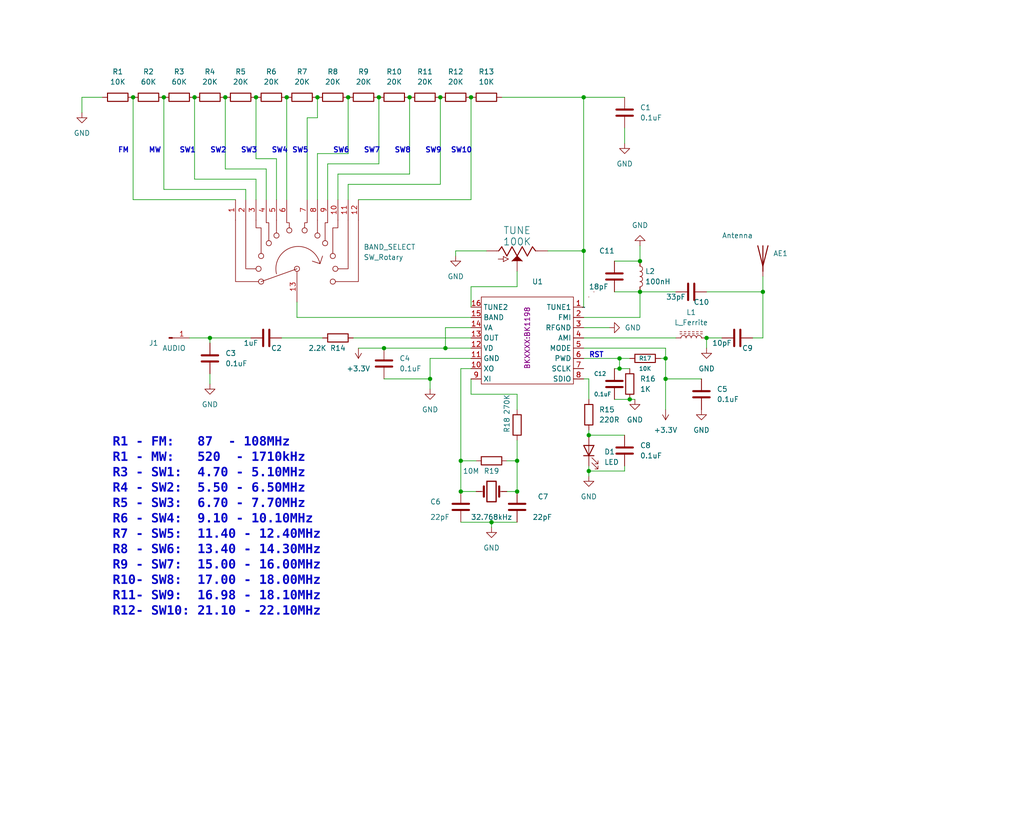
<source format=kicad_sch>
(kicad_sch (version 20230121) (generator eeschema)
  (paper "User" 254 203.2)
  (title_block (title "BK1198 BASIC SETUP - VOLTAGE DIVIDER VERSION (SW BAND)") (rev "1.0") (company "Ricardo Lima Caratti"))
  (lib_symbols
    (symbol "Connector:Conn_01x01_Pin" (pin_names (offset 1.016) hide)
      (property "Reference" "J" (at 0 2.54 0))
      (property "Value" "Conn_01x01_Pin" (at 0 -2.54 0))
      (symbol "Conn_01x01_Pin_1_1"
        (polyline (pts (xy 1.27 0) (xy 0.8636 0)) (stroke (width 0.1524)))
        (rectangle (start 0.8636 0.127) (end 0 -0.127) (stroke (width 0.1524)) (fill (type outline)))
        (pin passive line (at 5.08 0 180) (length 3.81) (name "Pin_1") (number "1"))
      )
    )
    (symbol "Device:Antenna" (pin_numbers hide) (pin_names (offset 1.016) hide)
      (property "Reference" "AE" (at -1.905 1.905 0))
      (property "Value" "Antenna" (at -1.905 0 0))
      (symbol "Antenna_0_1"
        (polyline (pts (xy 0 2.54) (xy 0 -3.81)) (stroke (width 0.254)))
        (polyline (pts (xy 1.27 2.54) (xy 0 -2.54) (xy -1.27 2.54)) (stroke (width 0.254)))
      )
      (symbol "Antenna_1_1"
        (pin input line (at 0 -5.08 90) (length 2.54) (name "A") (number "1"))
      )
    )
    (symbol "Device:C" (pin_numbers hide) (pin_names (offset 0.254))
      (property "Reference" "C" (at 0.635 2.54 0))
      (property "Value" "C" (at 0.635 -2.54 0))
      (symbol "C_0_1"
        (polyline (pts (xy -2.032 -0.762) (xy 2.032 -0.762)) (stroke (width 0.508)))
        (polyline (pts (xy -2.032 0.762) (xy 2.032 0.762)) (stroke (width 0.508)))
      )
      (symbol "C_1_1"
        (pin passive line (at 0 3.81 270) (length 2.794) (name "~") (number "1"))
        (pin passive line (at 0 -3.81 90) (length 2.794) (name "~") (number "2"))
      )
    )
    (symbol "Device:Crystal" (pin_numbers hide) (pin_names (offset 1.016) hide)
      (property "Reference" "Y" (at 0 3.81 0))
      (property "Value" "Crystal" (at 0 -3.81 0))
      (symbol "Crystal_0_1"
        (rectangle (start -1.143 2.54) (end 1.143 -2.54) (stroke (width 0.3048)))
        (polyline (pts (xy -2.54 0) (xy -1.905 0)))
        (polyline (pts (xy -1.905 -1.27) (xy -1.905 1.27)) (stroke (width 0.508)))
        (polyline (pts (xy 1.905 -1.27) (xy 1.905 1.27)) (stroke (width 0.508)))
        (polyline (pts (xy 2.54 0) (xy 1.905 0)))
      )
      (symbol "Crystal_1_1"
        (pin passive line (at -3.81 0 0) (length 1.27) (name "1") (number "1"))
        (pin passive line (at 3.81 0 180) (length 1.27) (name "2") (number "2"))
      )
    )
    (symbol "Device:L" (pin_numbers hide) (pin_names (offset 1.016) hide)
      (property "Reference" "L" (at -1.27 0 90))
      (property "Value" "L" (at 1.905 0 90))
      (symbol "L_0_1"
        (arc (start 0 -2.54) (mid 0.6323 -1.905) (end 0 -1.27))
        (arc (start 0 -1.27) (mid 0.6323 -0.635) (end 0 0))
        (arc (start 0 0) (mid 0.6323 0.635) (end 0 1.27))
        (arc (start 0 1.27) (mid 0.6323 1.905) (end 0 2.54))
      )
      (symbol "L_1_1"
        (pin passive line (at 0 3.81 270) (length 1.27) (name "1") (number "1"))
        (pin passive line (at 0 -3.81 90) (length 1.27) (name "2") (number "2"))
      )
    )
    (symbol "Device:LED" (pin_numbers hide) (pin_names (offset 1.016) hide)
      (property "Reference" "D" (at 0 2.54 0))
      (property "Value" "LED" (at 0 -2.54 0))
      (symbol "LED_0_1"
        (polyline (pts (xy -1.27 -1.27) (xy -1.27 1.27)) (stroke (width 0.254)))
        (polyline (pts (xy -1.27 0) (xy 1.27 0)))
        (polyline (pts (xy 1.27 -1.27) (xy 1.27 1.27) (xy -1.27 0) (xy 1.27 -1.27)) (stroke (width 0.254)))
        (polyline (pts (xy -3.048 -0.762) (xy -4.572 -2.286) (xy -3.81 -2.286) (xy -4.572 -2.286) (xy -4.572 -1.524)))
        (polyline (pts (xy -1.778 -0.762) (xy -3.302 -2.286) (xy -2.54 -2.286) (xy -3.302 -2.286) (xy -3.302 -1.524)))
      )
      (symbol "LED_1_1"
        (pin passive line (at -3.81 0 0) (length 2.54) (name "K") (number "1"))
        (pin passive line (at 3.81 0 180) (length 2.54) (name "A") (number "2"))
      )
    )
    (symbol "Device:L_Ferrite" (pin_numbers hide) (pin_names (offset 1.016) hide)
      (property "Reference" "L" (at -1.27 0 90))
      (property "Value" "L_Ferrite" (at 2.794 0 90))
      (symbol "L_Ferrite_0_1"
        (arc (start 0 -2.54) (mid 0.6323 -1.905) (end 0 -1.27))
        (arc (start 0 -1.27) (mid 0.6323 -0.635) (end 0 0))
        (polyline (pts (xy 1.016 -2.794) (xy 1.016 -2.286)))
        (polyline (pts (xy 1.016 -1.778) (xy 1.016 -1.27)))
        (polyline (pts (xy 1.016 -0.762) (xy 1.016 -0.254)))
        (polyline (pts (xy 1.016 0.254) (xy 1.016 0.762)))
        (polyline (pts (xy 1.016 1.27) (xy 1.016 1.778)))
        (polyline (pts (xy 1.016 2.286) (xy 1.016 2.794)))
        (polyline (pts (xy 1.524 -2.286) (xy 1.524 -2.794)))
        (polyline (pts (xy 1.524 -1.27) (xy 1.524 -1.778)))
        (polyline (pts (xy 1.524 -0.254) (xy 1.524 -0.762)))
        (polyline (pts (xy 1.524 0.762) (xy 1.524 0.254)))
        (polyline (pts (xy 1.524 1.778) (xy 1.524 1.27)))
        (polyline (pts (xy 1.524 2.794) (xy 1.524 2.286)))
        (arc (start 0 0) (mid 0.6323 0.635) (end 0 1.27))
        (arc (start 0 1.27) (mid 0.6323 1.905) (end 0 2.54))
      )
      (symbol "L_Ferrite_1_1"
        (pin passive line (at 0 3.81 270) (length 1.27) (name "1") (number "1"))
        (pin passive line (at 0 -3.81 90) (length 1.27) (name "2") (number "2"))
      )
    )
    (symbol "Device:R" (pin_numbers hide) (pin_names (offset 0))
      (property "Reference" "R" (at 2.032 0 90))
      (property "Value" "R" (at 0 0 90))
      (symbol "R_0_1"
        (rectangle (start -1.016 -2.54) (end 1.016 2.54) (stroke (width 0.254)))
      )
      (symbol "R_1_1"
        (pin passive line (at 0 3.81 270) (length 1.27) (name "~") (number "1"))
        (pin passive line (at 0 -3.81 90) (length 1.27) (name "~") (number "2"))
      )
    )
    (symbol "SI4844:POTENTIOMETER-PTH-9MM-1/20W-20%"
      (property "Reference" "VR" (at 3.048 -0.254 90))
      (symbol "POTENTIOMETER-PTH-9MM-1/20W-20%_1_0"
        (polyline (pts (xy -1.016 -3.81) (xy 1.27 -2.54)) (stroke (width 0.254)))
        (polyline (pts (xy -1.016 -1.27) (xy 1.27 0)) (stroke (width 0.254)))
        (polyline (pts (xy -1.016 1.27) (xy 1.27 2.54)) (stroke (width 0.254)))
        (polyline (pts (xy -1.016 3.81) (xy 0 4.572)) (stroke (width 0.254)))
        (polyline (pts (xy 0 -5.08) (xy 0 -4.572)) (stroke (width 0.1524)))
        (polyline (pts (xy 0 -4.572) (xy -1.016 -3.81)) (stroke (width 0.254)))
        (polyline (pts (xy 0 4.572) (xy 0 5.08)) (stroke (width 0.1524)))
        (polyline (pts (xy 1.27 -2.54) (xy -1.016 -1.27)) (stroke (width 0.254)))
        (polyline (pts (xy 1.27 0) (xy -1.016 1.27)) (stroke (width 0.254)))
        (polyline (pts (xy 1.27 2.54) (xy -1.016 3.81)) (stroke (width 0.254)))
        (polyline (pts (xy 1.397 -3.429) (xy 2.032 -2.159)) (stroke (width 0.1524)))
        (polyline (pts (xy 2.032 -4.699) (xy 2.032 -3.429)) (stroke (width 0.1524)))
        (polyline (pts (xy 2.032 -3.429) (xy 1.397 -3.429)) (stroke (width 0.1524)))
        (polyline (pts (xy 2.032 -2.159) (xy 2.667 -3.429)) (stroke (width 0.1524)))
        (polyline (pts (xy 2.667 -3.429) (xy 2.032 -3.429)) (stroke (width 0.1524)))
        (polyline (pts (xy 2.54 -1.27) (xy 1.27 0) (xy 2.54 1.27)) (stroke (width 0.2032)) (fill (type outline)))
        (pin passive line (at 0 7.62 270) (length 2.54) (name "E") (number "P$1"))
        (pin passive line (at 5.08 0 180) (length 2.54) (name "S") (number "P$2"))
        (pin passive line (at 0 -7.62 90) (length 2.54) (name "A") (number "P$3"))
      )
    )
    (symbol "SI48XX:BK1198"
      (property "Reference" "U" (at 0 6.35 0))
      (symbol "BK1198_0_1"
        (rectangle (start -16.51 2.54) (end -16.51 2.54))
        (rectangle (start -15.24 1.27) (end -15.24 1.27))
        (rectangle (start -15.24 1.27) (end -15.24 1.27))
      )
      (symbol "BK1198_1_0"
        (pin input line (at -13.97 -1.27 0) (length 2.54) (name "TUNE1") (number "1"))
        (pin passive line (at 13.97 -16.51 180) (length 2.54) (name "XO") (number "10"))
        (pin bidirectional line (at 13.97 -13.97 180) (length 2.54) (name "GND") (number "11"))
        (pin power_in line (at 13.97 -11.43 180) (length 2.54) (name "VD") (number "12"))
        (pin output line (at 13.97 -8.89 180) (length 2.54) (name "OUT") (number "13"))
        (pin power_in line (at 13.97 -6.35 180) (length 2.54) (name "VA") (number "14"))
        (pin power_in line (at 13.97 -3.81 180) (length 2.54) (name "BAND") (number "15"))
        (pin input line (at 13.97 -1.27 180) (length 2.54) (name "TUNE2") (number "16"))
        (pin input line (at -13.97 -3.81 0) (length 2.54) (name "FMI") (number "2"))
        (pin passive line (at -13.97 -6.35 0) (length 2.54) (name "RFGND") (number "3"))
        (pin input line (at -13.97 -8.89 0) (length 2.54) (name "AMI") (number "4"))
        (pin input line (at -13.97 -11.43 0) (length 2.54) (name "MODE") (number "5"))
        (pin input line (at -13.97 -13.97 0) (length 2.54) (name "PWD") (number "6"))
        (pin bidirectional line (at -13.97 -16.51 0) (length 2.54) (name "SCLK") (number "7"))
        (pin bidirectional line (at -13.97 -19.05 0) (length 2.54) (name "SDIO") (number "8"))
        (pin passive line (at 13.97 -19.05 180) (length 2.54) (name "XI") (number "9"))
      )
      (symbol "BK1198_1_1"
        (rectangle (start -16.51 2.54) (end -16.51 2.54))
        (rectangle (start -11.43 1.27) (end 11.43 -20.32))
      )
    )
    (symbol "Switch:SW_Rotary12" (pin_names (offset 1.016) hide)
      (property "Reference" "SW" (at 0 17.78 0))
      (property "Value" "SW_Rotary12" (at 0 -17.78 0))
      (symbol "SW_Rotary12_0_0"
        (circle (center -10.16 -8.89) (radius 0.635))
        (circle (center -10.16 8.89) (radius 0.635))
        (circle (center -6.985 -9.525) (radius 0.635))
        (circle (center -6.985 0) (radius 0.635))
        (circle (center -6.985 9.525) (radius 0.635))
        (arc (start -5.715 -5.715) (mid -1.5995 0.937) (end -8.255 5.08))
        (circle (center -3.81 -8.89) (radius 0.635))
        (circle (center -3.81 8.89) (radius 0.635))
        (circle (center -0.635 -6.985) (radius 0.635))
        (circle (center -0.635 6.985) (radius 0.635))
        (polyline (pts (xy -6.985 0) (xy -10.16 8.89)))
        (polyline (pts (xy -5.715 -5.715) (xy -5.08 -3.81)))
        (polyline (pts (xy -5.715 -5.715) (xy -3.81 -6.35)))
        (polyline (pts (xy 1.905 -5.08) (xy 5.08 -5.08)))
        (polyline (pts (xy 1.905 5.08) (xy 5.08 5.08)))
        (polyline (pts (xy -10.16 -9.525) (xy -10.16 -15.24) (xy 5.08 -15.24)))
        (polyline (pts (xy -10.16 9.525) (xy -10.16 15.24) (xy 5.08 15.24)))
        (polyline (pts (xy -6.985 -10.16) (xy -6.985 -12.7) (xy 5.08 -12.7)))
        (polyline (pts (xy -6.985 10.16) (xy -6.985 12.7) (xy 5.08 12.7)))
        (polyline (pts (xy -3.175 -8.89) (xy 3.175 -8.89) (xy 3.175 -10.16) (xy 5.08 -10.16)))
        (polyline (pts (xy -3.175 8.89) (xy 3.175 8.89) (xy 3.175 10.16) (xy 5.08 10.16)))
        (polyline (pts (xy 0 -6.985) (xy 4.445 -6.985) (xy 4.445 -7.62) (xy 5.08 -7.62)))
        (polyline (pts (xy 0 6.985) (xy 4.445 6.985) (xy 4.445 7.62) (xy 5.08 7.62)))
        (polyline (pts (xy 3.175 -1.905) (xy 4.445 -1.905) (xy 4.445 -2.54) (xy 5.08 -2.54)))
        (polyline (pts (xy 3.175 1.905) (xy 4.445 1.905) (xy 4.445 2.54) (xy 5.08 2.54)))
        (circle (center 1.27 -5.08) (radius 0.635))
        (circle (center 1.27 5.08) (radius 0.635))
        (circle (center 2.54 -1.905) (radius 0.635))
        (circle (center 2.54 1.905) (radius 0.635))
      )
      (symbol "SW_Rotary12_0_1"
        (pin passive line (at 10.16 15.24 180) (length 5.08) (name "1") (number "1"))
        (pin passive line (at 10.16 -10.16 180) (length 5.08) (name "10") (number "10"))
        (pin passive line (at 10.16 -12.7 180) (length 5.08) (name "11") (number "11"))
        (pin passive line (at 10.16 -15.24 180) (length 5.08) (name "12") (number "12"))
        (pin passive line (at -15.24 0 0) (length 7.62) (name "13") (number "13"))
        (pin passive line (at 10.16 12.7 180) (length 5.08) (name "2") (number "2"))
        (pin passive line (at 10.16 10.16 180) (length 5.08) (name "3") (number "3"))
        (pin passive line (at 10.16 7.62 180) (length 5.08) (name "4") (number "4"))
        (pin passive line (at 10.16 5.08 180) (length 5.08) (name "5") (number "5"))
        (pin passive line (at 10.16 2.54 180) (length 5.08) (name "6") (number "6"))
        (pin passive line (at 10.16 -2.54 180) (length 5.08) (name "7") (number "7"))
        (pin passive line (at 10.16 -5.08 180) (length 5.08) (name "8") (number "8"))
        (pin passive line (at 10.16 -7.62 180) (length 5.08) (name "9") (number "9"))
      )
    )
    (symbol "power:+3.3V" (power) (pin_names (offset 0))
      (property "Value" "+3.3V" (at 0 3.556 0))
      (symbol "+3.3V_0_1"
        (polyline (pts (xy -0.762 1.27) (xy 0 2.54)))
        (polyline (pts (xy 0 0) (xy 0 2.54)))
        (polyline (pts (xy 0 2.54) (xy 0.762 1.27)))
      )
      (symbol "+3.3V_1_1"
        (pin power_in line (at 0 0 90) (length 0) hide (name "+3.3V") (number "1"))
      )
    )
    (symbol "power:GND" (power) (pin_names (offset 0))
      (property "Value" "GND" (at 0 -3.81 0))
      (symbol "GND_0_1"
        (polyline (pts (xy 0 0) (xy 0 -1.27) (xy 1.27 -1.27) (xy 0 -2.54) (xy -1.27 -1.27) (xy 0 -1.27)))
      )
      (symbol "GND_1_1"
        (pin power_in line (at 0 0 270) (length 0) hide (name "GND") (number "1"))
      )
    )
  )
  (junction (at 109.22 24.13))
  (junction (at 153.67 88.9))
  (junction (at 95.25 86.36))
  (junction (at 146.05 116.84))
  (junction (at 63.5 24.13))
  (junction (at 78.74 24.13))
  (junction (at 165.1 88.9))
  (junction (at 93.98 24.13))
  (junction (at 144.78 24.13))
  (junction (at 144.78 62.23))
  (junction (at 146.05 107.95))
  (junction (at 114.3 121.92))
  (junction (at 158.75 72.39))
  (junction (at 189.23 72.39))
  (junction (at 48.26 24.13))
  (junction (at 165.1 93.98))
  (junction (at 110.49 86.36))
  (junction (at 33.02 24.13))
  (junction (at 52.07 83.82))
  (junction (at 101.6 24.13))
  (junction (at 116.84 24.13))
  (junction (at 158.75 64.77))
  (junction (at 106.68 93.98))
  (junction (at 128.27 114.3))
  (junction (at 40.64 24.13))
  (junction (at 128.27 121.92))
  (junction (at 153.67 91.44))
  (junction (at 175.26 83.82))
  (junction (at 156.21 99.06))
  (junction (at 121.92 129.54))
  (junction (at 86.36 24.13))
  (junction (at 55.88 24.13))
  (junction (at 114.3 114.3))
  (junction (at 71.12 24.13))
  (wire (pts (xy 68.58 39.37) (xy 63.5 39.37)))
  (wire (pts (xy 95.25 86.36) (xy 110.49 86.36)))
  (wire (pts (xy 146.05 93.98) (xy 146.05 99.06)))
  (wire (pts (xy 146.05 106.68) (xy 146.05 107.95)))
  (wire (pts (xy 153.67 88.9) (xy 153.67 91.44)))
  (wire (pts (xy 109.22 45.72) (xy 109.22 24.13)))
  (wire (pts (xy 128.27 67.31) (xy 128.27 71.12)))
  (wire (pts (xy 63.5 49.53) (xy 63.5 44.45)))
  (wire (pts (xy 86.36 45.72) (xy 109.22 45.72)))
  (wire (pts (xy 76.2 29.21) (xy 78.74 29.21)))
  (wire (pts (xy 83.82 43.18) (xy 101.6 43.18)))
  (wire (pts (xy 158.75 60.96) (xy 158.75 64.77)))
  (wire (pts (xy 146.05 115.57) (xy 146.05 116.84)))
  (wire (pts (xy 78.74 49.53) (xy 78.74 38.1)))
  (wire (pts (xy 165.1 88.9) (xy 165.1 93.98)))
  (wire (pts (xy 60.96 46.99) (xy 40.64 46.99)))
  (wire (pts (xy 73.66 74.93) (xy 73.66 78.74)))
  (wire (pts (xy 63.5 44.45) (xy 48.26 44.45)))
  (wire (pts (xy 125.73 114.3) (xy 128.27 114.3)))
  (wire (pts (xy 158.75 72.39) (xy 158.75 78.74)))
  (wire (pts (xy 144.78 83.82) (xy 167.64 83.82)))
  (wire (pts (xy 128.27 71.12) (xy 116.84 71.12)))
  (wire (pts (xy 128.27 109.22) (xy 128.27 114.3)))
  (wire (pts (xy 88.9 49.53) (xy 116.84 49.53)))
  (wire (pts (xy 86.36 49.53) (xy 86.36 45.72)))
  (wire (pts (xy 76.2 49.53) (xy 76.2 29.21)))
  (wire (pts (xy 116.84 78.74) (xy 73.66 78.74)))
  (wire (pts (xy 144.78 86.36) (xy 165.1 86.36)))
  (wire (pts (xy 114.3 114.3) (xy 114.3 121.92)))
  (wire (pts (xy 114.3 129.54) (xy 121.92 129.54)))
  (wire (pts (xy 144.78 88.9) (xy 153.67 88.9)))
  (wire (pts (xy 33.02 24.13) (xy 33.02 49.53)))
  (wire (pts (xy 163.83 88.9) (xy 165.1 88.9)))
  (wire (pts (xy 135.89 62.23) (xy 144.78 62.23)))
  (wire (pts (xy 116.84 88.9) (xy 106.68 88.9)))
  (wire (pts (xy 106.68 88.9) (xy 106.68 93.98)))
  (wire (pts (xy 55.88 41.91) (xy 55.88 24.13)))
  (wire (pts (xy 175.26 83.82) (xy 175.26 86.36)))
  (wire (pts (xy 78.74 38.1) (xy 86.36 38.1)))
  (wire (pts (xy 110.49 81.28) (xy 110.49 86.36)))
  (wire (pts (xy 95.25 93.98) (xy 106.68 93.98)))
  (wire (pts (xy 165.1 93.98) (xy 165.1 101.6)))
  (wire (pts (xy 121.92 129.54) (xy 121.92 130.81)))
  (wire (pts (xy 186.69 83.82) (xy 189.23 83.82)))
  (wire (pts (xy 93.98 24.13) (xy 93.98 40.64)))
  (wire (pts (xy 144.78 78.74) (xy 158.75 78.74)))
  (wire (pts (xy 189.23 68.58) (xy 189.23 72.39)))
  (wire (pts (xy 87.63 83.82) (xy 116.84 83.82)))
  (wire (pts (xy 114.3 91.44) (xy 116.84 91.44)))
  (wire (pts (xy 68.58 49.53) (xy 68.58 39.37)))
  (wire (pts (xy 118.11 114.3) (xy 114.3 114.3)))
  (wire (pts (xy 69.85 83.82) (xy 80.01 83.82)))
  (wire (pts (xy 71.12 24.13) (xy 71.12 49.53)))
  (wire (pts (xy 156.21 99.06) (xy 157.48 99.06)))
  (wire (pts (xy 152.4 64.77) (xy 158.75 64.77)))
  (wire (pts (xy 152.4 99.06) (xy 156.21 99.06)))
  (wire (pts (xy 114.3 91.44) (xy 114.3 114.3)))
  (wire (pts (xy 86.36 24.13) (xy 86.36 38.1)))
  (wire (pts (xy 106.68 93.98) (xy 106.68 96.52)))
  (wire (pts (xy 78.74 29.21) (xy 78.74 24.13)))
  (wire (pts (xy 81.28 40.64) (xy 93.98 40.64)))
  (wire (pts (xy 152.4 72.39) (xy 158.75 72.39)))
  (wire (pts (xy 175.26 83.82) (xy 179.07 83.82)))
  (wire (pts (xy 52.07 92.71) (xy 52.07 95.25)))
  (wire (pts (xy 146.05 107.95) (xy 154.94 107.95)))
  (wire (pts (xy 60.96 49.53) (xy 60.96 46.99)))
  (wire (pts (xy 128.27 97.79) (xy 128.27 101.6)))
  (wire (pts (xy 152.4 91.44) (xy 153.67 91.44)))
  (wire (pts (xy 189.23 72.39) (xy 189.23 83.82)))
  (wire (pts (xy 66.04 49.53) (xy 66.04 41.91)))
  (wire (pts (xy 116.84 24.13) (xy 116.84 49.53)))
  (wire (pts (xy 144.78 81.28) (xy 151.13 81.28)))
  (wire (pts (xy 165.1 93.98) (xy 173.99 93.98)))
  (wire (pts (xy 144.78 93.98) (xy 146.05 93.98)))
  (wire (pts (xy 110.49 86.36) (xy 116.84 86.36)))
  (wire (pts (xy 113.03 62.23) (xy 120.65 62.23)))
  (wire (pts (xy 20.32 24.13) (xy 20.32 27.94)))
  (wire (pts (xy 25.4 24.13) (xy 20.32 24.13)))
  (wire (pts (xy 121.92 129.54) (xy 128.27 129.54)))
  (wire (pts (xy 154.94 31.75) (xy 154.94 35.56)))
  (wire (pts (xy 58.42 49.53) (xy 33.02 49.53)))
  (wire (pts (xy 52.07 83.82) (xy 52.07 85.09)))
  (wire (pts (xy 144.78 62.23) (xy 144.78 76.2)))
  (wire (pts (xy 116.84 93.98) (xy 116.84 97.79)))
  (wire (pts (xy 46.99 83.82) (xy 52.07 83.82)))
  (wire (pts (xy 158.75 72.39) (xy 167.64 72.39)))
  (wire (pts (xy 48.26 44.45) (xy 48.26 24.13)))
  (wire (pts (xy 153.67 91.44) (xy 156.21 91.44)))
  (wire (pts (xy 116.84 97.79) (xy 128.27 97.79)))
  (wire (pts (xy 66.04 41.91) (xy 55.88 41.91)))
  (wire (pts (xy 83.82 49.53) (xy 83.82 43.18)))
  (wire (pts (xy 63.5 39.37) (xy 63.5 24.13)))
  (wire (pts (xy 153.67 88.9) (xy 156.21 88.9)))
  (wire (pts (xy 40.64 46.99) (xy 40.64 24.13)))
  (wire (pts (xy 88.9 86.36) (xy 95.25 86.36)))
  (wire (pts (xy 81.28 40.64) (xy 81.28 49.53)))
  (wire (pts (xy 128.27 114.3) (xy 128.27 121.92)))
  (wire (pts (xy 146.05 116.84) (xy 146.05 118.11)))
  (wire (pts (xy 101.6 24.13) (xy 101.6 43.18)))
  (wire (pts (xy 113.03 62.23) (xy 113.03 63.5)))
  (wire (pts (xy 118.11 121.92) (xy 114.3 121.92)))
  (wire (pts (xy 144.78 24.13) (xy 154.94 24.13)))
  (wire (pts (xy 144.78 24.13) (xy 144.78 62.23)))
  (wire (pts (xy 165.1 86.36) (xy 165.1 88.9)))
  (wire (pts (xy 52.07 83.82) (xy 62.23 83.82)))
  (wire (pts (xy 124.46 24.13) (xy 144.78 24.13)))
  (wire (pts (xy 128.27 121.92) (xy 125.73 121.92)))
  (wire (pts (xy 154.94 115.57) (xy 154.94 116.84)))
  (wire (pts (xy 116.84 81.28) (xy 110.49 81.28)))
  (wire (pts (xy 175.26 72.39) (xy 189.23 72.39)))
  (wire (pts (xy 116.84 71.12) (xy 116.84 76.2)))
  (wire (pts (xy 154.94 116.84) (xy 146.05 116.84)))
  (text "SW3" (at 59.69 38.1 0) (effects (font (size 1.27 1.27) (thickness 0.254) bold) (justify left bottom)))
  (text "SW8" (at 97.79 38.1 0) (effects (font (size 1.27 1.27) (thickness 0.254) bold) (justify left bottom)))
  (text "SW6" (at 82.55 38.1 0) (effects (font (size 1.27 1.27) (thickness 0.254) bold) (justify left bottom)))
  (text "SW4" (at 67.31 38.1 0) (effects (font (size 1.27 1.27) (thickness 0.254) bold) (justify left bottom)))
  (text "SW10" (at 111.76 38.1 0) (effects (font (size 1.27 1.27) (thickness 0.254) bold) (justify left bottom)))
  (text "MW" (at 36.83 38.1 0) (effects (font (size 1.27 1.27) (thickness 0.254) bold) (justify left bottom)))
  (text "SW2" (at 52.07 38.1 0) (effects (font (size 1.27 1.27) (thickness 0.254) bold) (justify left bottom)))
  (text "R1 - FM:   87  - 108MHz\nR1 - MW:   520  - 1710kHz\nR3 - SW1:  4.70 - 5.10MHz\nR4 - SW2:  5.50 - 6.50MHz\nR5 - SW3:  6.70 - 7.70MHz\nR6 - SW4:  9.10 - 10.10MHz\nR7 - SW5:  11.40 - 12.40MHz\nR8 - SW6:  13.40 - 14.30MHz\nR9 - SW7:  15.00 - 16.00MHz\nR10- SW8:  17.00 - 18.00MHz\nR11- SW9:  16.98 - 18.10MHz\nR12- SW10: 21.10 - 22.10MHz\n" (at 27.94 153.67 0) (effects (font (size 2.27 2.27) (thickness 0.254) bold) (justify left bottom)))
  (text "RST" (at 146.05 88.9 0) (effects (font (size 1.27 1.27) bold) (justify left bottom)))
  (text "SW9" (at 105.41 38.1 0) (effects (font (size 1.27 1.27) (thickness 0.254) bold) (justify left bottom)))
  (text "SW7" (at 90.17 38.1 0) (effects (font (size 1.27 1.27) (thickness 0.254) bold) (justify left bottom)))
  (text "FM" (at 29.21 38.1 0) (effects (font (size 1.27 1.27) (thickness 0.254) bold) (justify left bottom)))
  (text "SW1" (at 44.45 38.1 0) (effects (font (size 1.27 1.27) (thickness 0.254) bold) (justify left bottom)))
  (text "SW5" (at 72.39 38.1 0) (effects (font (size 1.27 1.27) (thickness 0.254) bold) (justify left bottom)))
  (symbol (lib_id "Device:C") (at 95.25 90.17 0) (unit 1)
    (property "Reference" "C4" (at 99.06 88.9 0) (effects (justify left)))
    (property "Value" "0.1uF" (at 99.06 91.44 0) (effects (justify left)))
  )
  (symbol (lib_id "SI4844:POTENTIOMETER-PTH-9MM-1/20W-20%") (at 128.27 62.23 270) (unit 1)
    (property "Reference" "TUNE" (at 128.27 57.15 90) (effects (font (size 1.778 1.778))))
    (property "Value" "100K" (at 128.27 60.96 90) (effects (font (size 1.778 1.778)) (justify bottom)))
    (property "Footprint" "SI4844_01:POT-PTH-ALPS" (effects hide))
  )
  (symbol (lib_id "Connector:Conn_01x01_Pin") (at 41.91 83.82 0) (unit 1)
    (property "Reference" "J1" (at 38.1 85.09 0))
    (property "Value" "AUDIO" (at 43.18 86.36 0))
  )
  (symbol (lib_id "Device:R") (at 52.07 24.13 270) (unit 1)
    (property "Reference" "R4" (at 52.07 17.78 90))
    (property "Value" "20K" (at 52.07 20.32 90))
  )
  (symbol (lib_id "SI48XX:BK1198") (at 130.81 74.93 0) (mirror y) (unit 1)
    (property "Reference" "U1" (at 133.35 69.85 0))
    (property "Value" "~" (at 144.78 76.2 0))
    (property "Footprint" "BKXXXX:BK1198" (at 130.81 83.82 90))
  )
  (symbol (lib_id "Device:R") (at 82.55 24.13 270) (unit 1)
    (property "Reference" "R8" (at 82.55 17.78 90))
    (property "Value" "20K" (at 82.55 20.32 90))
  )
  (symbol (lib_id "power:GND") (at 157.48 99.06 0) (unit 1)
    (property "Reference" "#PWR06" (effects hide))
    (property "Value" "GND" (at 157.48 104.14 0))
  )
  (symbol (lib_id "power:+3.3V") (at 88.9 86.36 180) (unit 1)
    (property "Reference" "#PWR05" (effects hide))
    (property "Value" "+3.3V" (at 88.9 91.44 0))
  )
  (symbol (lib_id "Device:C") (at 173.99 97.79 0) (unit 1)
    (property "Reference" "C5" (at 177.8 96.52 0) (effects (justify left)))
    (property "Value" "0.1uF" (at 177.8 99.06 0) (effects (justify left)))
  )
  (symbol (lib_id "power:GND") (at 173.99 101.6 0) (unit 1)
    (property "Reference" "#PWR09" (effects hide))
    (property "Value" "GND" (at 173.99 106.68 0))
  )
  (symbol (lib_id "Device:R") (at 97.79 24.13 270) (unit 1)
    (property "Reference" "R10" (at 97.79 17.78 90))
    (property "Value" "20K" (at 97.79 20.32 90))
  )
  (symbol (lib_id "Device:C") (at 128.27 125.73 0) (unit 1)
    (property "Reference" "C7" (at 133.35 123.19 0) (effects (justify left)))
    (property "Value" "22pF" (at 132.08 128.27 0) (effects (justify left)))
  )
  (symbol (lib_id "Device:R") (at 128.27 105.41 180) (unit 1)
    (property "Reference" "R18" (at 125.73 105.41 90))
    (property "Value" "270K" (at 125.73 100.33 90))
  )
  (symbol (lib_id "Device:Crystal") (at 121.92 121.92 0) (unit 1)
    (property "Reference" "Y1" (effects hide))
    (property "Value" "32.768kHz" (at 121.92 128.27 0))
  )
  (symbol (lib_id "power:GND") (at 113.03 63.5 0) (unit 1)
    (property "Reference" "#PWR02" (effects hide))
    (property "Value" "GND" (at 113.03 68.58 0))
  )
  (symbol (lib_id "power:GND") (at 158.75 60.96 180) (unit 1)
    (property "Reference" "#PWR014" (effects hide))
    (property "Value" "GND" (at 158.75 55.88 0))
  )
  (symbol (lib_id "Device:R") (at 121.92 114.3 270) (unit 1)
    (property "Reference" "R19" (at 121.92 116.84 90))
    (property "Value" "10M" (at 116.84 116.84 90))
  )
  (symbol (lib_id "Device:R") (at 146.05 102.87 180) (unit 1)
    (property "Reference" "R15" (at 148.59 101.6 0) (effects (justify right)))
    (property "Value" "220R" (at 148.59 104.14 0) (effects (justify right)))
  )
  (symbol (lib_id "Device:L") (at 158.75 68.58 0) (unit 1)
    (property "Reference" "L2" (at 160.02 67.31 0) (effects (justify left)))
    (property "Value" "100nH" (at 160.02 69.85 0) (effects (justify left)))
  )
  (symbol (lib_id "Device:R") (at 90.17 24.13 270) (unit 1)
    (property "Reference" "R9" (at 90.17 17.78 90))
    (property "Value" "20K" (at 90.17 20.32 90))
  )
  (symbol (lib_id "Device:R") (at 44.45 24.13 270) (unit 1)
    (property "Reference" "R3" (at 44.45 17.78 90))
    (property "Value" "60K" (at 44.45 20.32 90))
  )
  (symbol (lib_id "Device:R") (at 67.31 24.13 270) (unit 1)
    (property "Reference" "R6" (at 67.31 17.78 90))
    (property "Value" "20K" (at 67.31 20.32 90))
  )
  (symbol (lib_id "Device:R") (at 156.21 95.25 180) (unit 1)
    (property "Reference" "R16" (at 158.75 93.98 0) (effects (justify right)))
    (property "Value" "1K" (at 158.75 96.52 0) (effects (justify right)))
  )
  (symbol (lib_id "power:GND") (at 52.07 95.25 0) (unit 1)
    (property "Reference" "#PWR04" (effects hide))
    (property "Value" "GND" (at 52.07 100.33 0))
  )
  (symbol (lib_id "Device:C") (at 182.88 83.82 90) (unit 1)
    (property "Reference" "C9" (at 185.42 86.36 90))
    (property "Value" "10pF" (at 179.07 85.09 90))
  )
  (symbol (lib_id "Device:R") (at 83.82 83.82 270) (unit 1)
    (property "Reference" "R14" (at 83.82 86.36 90))
    (property "Value" "2.2K" (at 78.74 86.36 90))
  )
  (symbol (lib_id "Device:C") (at 52.07 88.9 0) (unit 1)
    (property "Reference" "C3" (at 55.88 87.63 0) (effects (justify left)))
    (property "Value" "0.1uF" (at 55.88 90.17 0) (effects (justify left)))
  )
  (symbol (lib_id "Device:C") (at 114.3 125.73 0) (unit 1)
    (property "Reference" "C6" (at 106.68 124.46 0) (effects (justify left)))
    (property "Value" "22pF" (at 106.68 128.27 0) (effects (justify left)))
  )
  (symbol (lib_id "power:GND") (at 154.94 35.56 0) (unit 1)
    (property "Reference" "#PWR03" (effects hide))
    (property "Value" "GND" (at 154.94 40.64 0))
  )
  (symbol (lib_id "Device:R") (at 29.21 24.13 270) (unit 1)
    (property "Reference" "R1" (at 29.21 17.78 90))
    (property "Value" "10K" (at 29.21 20.32 90))
  )
  (symbol (lib_id "Device:C") (at 171.45 72.39 90) (unit 1)
    (property "Reference" "C10" (at 173.99 74.93 90))
    (property "Value" "33pF" (at 167.64 73.66 90))
  )
  (symbol (lib_id "power:GND") (at 175.26 86.36 0) (unit 1)
    (property "Reference" "#PWR012" (effects hide))
    (property "Value" "GND" (at 175.26 91.44 0))
  )
  (symbol (lib_id "Switch:SW_Rotary12") (at 73.66 59.69 90) (unit 1)
    (property "Reference" "BAND_SELECT" (at 90.17 61.2775 90) (effects (justify right)))
    (property "Value" "SW_Rotary" (at 90.17 63.8175 90) (effects (justify right)))
    (property "Datasheet" "http://cdn-reichelt.de/documents/datenblatt/C200/DS-Serie%23LOR.pdf" (effects hide))
  )
  (symbol (lib_id "Device:LED") (at 146.05 111.76 90) (unit 1)
    (property "Reference" "D1" (at 149.86 112.0775 90) (effects (justify right)))
    (property "Value" "LED" (at 149.86 114.6175 90) (effects (justify right)))
  )
  (symbol (lib_id "Device:L_Ferrite") (at 171.45 83.82 90) (unit 1)
    (property "Reference" "L1" (at 171.45 77.47 90))
    (property "Value" "L_Ferrite" (at 171.45 80.01 90))
  )
  (symbol (lib_id "Device:R") (at 105.41 24.13 270) (unit 1)
    (property "Reference" "R11" (at 105.41 17.78 90))
    (property "Value" "20K" (at 105.41 20.32 90))
  )
  (symbol (lib_id "power:GND") (at 106.68 96.52 0) (unit 1)
    (property "Reference" "#PWR07" (effects hide))
    (property "Value" "GND" (at 106.68 101.6 0))
  )
  (symbol (lib_id "Device:C") (at 154.94 111.76 0) (unit 1)
    (property "Reference" "C8" (at 158.75 110.49 0) (effects (justify left)))
    (property "Value" "0.1uF" (at 158.75 113.03 0) (effects (justify left)))
  )
  (symbol (lib_id "power:GND") (at 151.13 81.28 90) (unit 1)
    (property "Reference" "#PWR013" (effects hide))
    (property "Value" "GND" (at 154.94 81.28 90) (effects (justify right)))
  )
  (symbol (lib_id "Device:R") (at 36.83 24.13 270) (unit 1)
    (property "Reference" "R2" (at 36.83 17.78 90))
    (property "Value" "60K" (at 36.83 20.32 90))
  )
  (symbol (lib_id "Device:R") (at 59.69 24.13 270) (unit 1)
    (property "Reference" "R5" (at 59.69 17.78 90))
    (property "Value" "20K" (at 59.69 20.32 90))
  )
  (symbol (lib_id "Device:R") (at 160.02 88.9 270) (unit 1)
    (property "Reference" "R17" (at 160.02 88.9 90) (effects (font (size 1 1))))
    (property "Value" "10K" (at 160.02 91.44 90) (effects (font (size 1 1))))
  )
  (symbol (lib_id "power:+3.3V") (at 165.1 101.6 180) (unit 1)
    (property "Reference" "#PWR08" (effects hide))
    (property "Value" "+3.3V" (at 165.1 106.68 0))
  )
  (symbol (lib_id "Device:C") (at 66.04 83.82 90) (unit 1)
    (property "Reference" "C2" (at 68.58 86.36 90))
    (property "Value" "1uF" (at 62.23 85.09 90))
  )
  (symbol (lib_id "Device:R") (at 113.03 24.13 270) (unit 1)
    (property "Reference" "R12" (at 113.03 17.78 90))
    (property "Value" "20K" (at 113.03 20.32 90))
  )
  (symbol (lib_id "Device:Antenna") (at 189.23 63.5 0) (unit 1)
    (property "Reference" "AE1" (at 191.77 62.865 0) (effects (justify left)))
    (property "Value" "Antenna" (at 179.07 58.42 0) (effects (justify left)))
  )
  (symbol (lib_id "Device:C") (at 154.94 27.94 0) (unit 1)
    (property "Reference" "C1" (at 158.75 26.67 0) (effects (justify left)))
    (property "Value" "0.1uF" (at 158.75 29.21 0) (effects (justify left)))
  )
  (symbol (lib_id "Device:R") (at 74.93 24.13 270) (unit 1)
    (property "Reference" "R7" (at 74.93 17.78 90))
    (property "Value" "20K" (at 74.93 20.32 90))
  )
  (symbol (lib_id "Device:C") (at 152.4 68.58 0) (unit 1)
    (property "Reference" "C11" (at 148.59 62.23 0) (effects (justify left)))
    (property "Value" "18pF" (at 146.05 71.12 0) (effects (justify left)))
  )
  (symbol (lib_id "Device:R") (at 120.65 24.13 270) (unit 1)
    (property "Reference" "R13" (at 120.65 17.78 90))
    (property "Value" "10K" (at 120.65 20.32 90))
  )
  (symbol (lib_id "power:GND") (at 20.32 27.94 0) (unit 1)
    (property "Reference" "#PWR01" (effects hide))
    (property "Value" "GND" (at 20.32 33.02 0))
  )
  (symbol (lib_id "power:GND") (at 146.05 118.11 0) (unit 1)
    (property "Reference" "#PWR011" (effects hide))
    (property "Value" "GND" (at 146.05 123.19 0))
  )
  (symbol (lib_id "power:GND") (at 121.92 130.81 0) (unit 1)
    (property "Reference" "#PWR010" (effects hide))
    (property "Value" "GND" (at 121.92 135.89 0))
  )
  (symbol (lib_id "Device:C") (at 152.4 95.25 0) (unit 1)
    (property "Reference" "C12" (at 147.32 92.71 0) (effects (font (size 1 1)) (justify left)))
    (property "Value" "0.1uF" (at 147.32 97.79 0) (effects (font (size 1 1)) (justify left)))
  )
)
</source>
